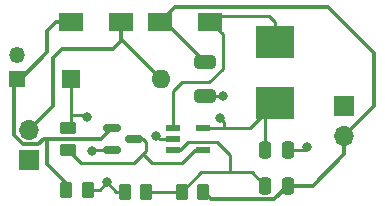
<source format=gtl>
%TF.GenerationSoftware,KiCad,Pcbnew,8.0.1*%
%TF.CreationDate,2024-04-05T16:28:00+11:00*%
%TF.ProjectId,Tiny Solar Supply,54696e79-2053-46f6-9c61-722053757070,rev?*%
%TF.SameCoordinates,Original*%
%TF.FileFunction,Copper,L1,Top*%
%TF.FilePolarity,Positive*%
%FSLAX46Y46*%
G04 Gerber Fmt 4.6, Leading zero omitted, Abs format (unit mm)*
G04 Created by KiCad (PCBNEW 8.0.1) date 2024-04-05 16:28:00*
%MOMM*%
%LPD*%
G01*
G04 APERTURE LIST*
G04 Aperture macros list*
%AMRoundRect*
0 Rectangle with rounded corners*
0 $1 Rounding radius*
0 $2 $3 $4 $5 $6 $7 $8 $9 X,Y pos of 4 corners*
0 Add a 4 corners polygon primitive as box body*
4,1,4,$2,$3,$4,$5,$6,$7,$8,$9,$2,$3,0*
0 Add four circle primitives for the rounded corners*
1,1,$1+$1,$2,$3*
1,1,$1+$1,$4,$5*
1,1,$1+$1,$6,$7*
1,1,$1+$1,$8,$9*
0 Add four rect primitives between the rounded corners*
20,1,$1+$1,$2,$3,$4,$5,0*
20,1,$1+$1,$4,$5,$6,$7,0*
20,1,$1+$1,$6,$7,$8,$9,0*
20,1,$1+$1,$8,$9,$2,$3,0*%
G04 Aperture macros list end*
%TA.AperFunction,SMDPad,CuDef*%
%ADD10RoundRect,0.150000X-0.587500X-0.150000X0.587500X-0.150000X0.587500X0.150000X-0.587500X0.150000X0*%
%TD*%
%TA.AperFunction,SMDPad,CuDef*%
%ADD11R,2.120000X1.500000*%
%TD*%
%TA.AperFunction,SMDPad,CuDef*%
%ADD12RoundRect,0.250000X-0.262500X-0.450000X0.262500X-0.450000X0.262500X0.450000X-0.262500X0.450000X0*%
%TD*%
%TA.AperFunction,SMDPad,CuDef*%
%ADD13RoundRect,0.250000X0.262500X0.450000X-0.262500X0.450000X-0.262500X-0.450000X0.262500X-0.450000X0*%
%TD*%
%TA.AperFunction,SMDPad,CuDef*%
%ADD14RoundRect,0.250000X0.250000X0.475000X-0.250000X0.475000X-0.250000X-0.475000X0.250000X-0.475000X0*%
%TD*%
%TA.AperFunction,ComponentPad*%
%ADD15R,1.700000X1.700000*%
%TD*%
%TA.AperFunction,ComponentPad*%
%ADD16O,1.700000X1.700000*%
%TD*%
%TA.AperFunction,SMDPad,CuDef*%
%ADD17R,3.302000X2.667000*%
%TD*%
%TA.AperFunction,SMDPad,CuDef*%
%ADD18RoundRect,0.250000X-0.650000X0.325000X-0.650000X-0.325000X0.650000X-0.325000X0.650000X0.325000X0*%
%TD*%
%TA.AperFunction,ComponentPad*%
%ADD19R,1.350000X1.350000*%
%TD*%
%TA.AperFunction,ComponentPad*%
%ADD20O,1.350000X1.350000*%
%TD*%
%TA.AperFunction,SMDPad,CuDef*%
%ADD21RoundRect,0.030600X-0.554400X-0.224400X0.554400X-0.224400X0.554400X0.224400X-0.554400X0.224400X0*%
%TD*%
%TA.AperFunction,SMDPad,CuDef*%
%ADD22RoundRect,0.030600X0.554400X0.224400X-0.554400X0.224400X-0.554400X-0.224400X0.554400X-0.224400X0*%
%TD*%
%TA.AperFunction,SMDPad,CuDef*%
%ADD23RoundRect,0.250000X-0.450000X0.262500X-0.450000X-0.262500X0.450000X-0.262500X0.450000X0.262500X0*%
%TD*%
%TA.AperFunction,ComponentPad*%
%ADD24R,1.600000X1.600000*%
%TD*%
%TA.AperFunction,ComponentPad*%
%ADD25O,1.600000X1.600000*%
%TD*%
%TA.AperFunction,SMDPad,CuDef*%
%ADD26RoundRect,0.250000X-0.250000X-0.475000X0.250000X-0.475000X0.250000X0.475000X-0.250000X0.475000X0*%
%TD*%
%TA.AperFunction,ViaPad*%
%ADD27C,0.800000*%
%TD*%
%TA.AperFunction,Conductor*%
%ADD28C,0.250000*%
%TD*%
%TA.AperFunction,Conductor*%
%ADD29C,0.350000*%
%TD*%
G04 APERTURE END LIST*
D10*
%TO.P,Q1,1,G*%
%TO.N,/SOLAR_P*%
X157891000Y-121224000D03*
%TO.P,Q1,2,S*%
%TO.N,GNDD*%
X157891000Y-123124000D03*
%TO.P,Q1,3,D*%
%TO.N,Net-(Q1-D)*%
X159766000Y-122174000D03*
%TD*%
D11*
%TO.P,D2,A*%
%TO.N,/SOLAR_P*%
X154432000Y-112268000D03*
%TO.P,D2,C*%
%TO.N,/BAT_P*%
X158662000Y-112268000D03*
%TD*%
D12*
%TO.P,R4,1*%
%TO.N,/SOLAR_P*%
X154027500Y-126492000D03*
%TO.P,R4,2*%
%TO.N,GNDD*%
X155852500Y-126492000D03*
%TD*%
D13*
%TO.P,R2,1*%
%TO.N,Net-(U1-FB)*%
X160805500Y-126619000D03*
%TO.P,R2,2*%
%TO.N,GNDD*%
X158980500Y-126619000D03*
%TD*%
D14*
%TO.P,C3,1*%
%TO.N,/OUT_P*%
X172781000Y-126111000D03*
%TO.P,C3,2*%
%TO.N,Net-(U1-FB)*%
X170881000Y-126111000D03*
%TD*%
D11*
%TO.P,D1,A*%
%TO.N,Net-(U1-SW)*%
X166199000Y-112268000D03*
%TO.P,D1,C*%
%TO.N,/OUT_P*%
X161969000Y-112268000D03*
%TD*%
D15*
%TO.P,J2,1,Pin_1*%
%TO.N,GNDD*%
X150876000Y-123952000D03*
D16*
%TO.P,J2,2,Pin_2*%
%TO.N,/BAT_P*%
X150876000Y-121412000D03*
%TD*%
D17*
%TO.P,L1,1,1*%
%TO.N,Net-(U1-SW)*%
X171704000Y-113982500D03*
%TO.P,L1,2,2*%
%TO.N,Net-(J3-Pin_1)*%
X171704000Y-119113300D03*
%TD*%
D13*
%TO.P,R1,1*%
%TO.N,/OUT_P*%
X165631500Y-126619000D03*
%TO.P,R1,2*%
%TO.N,Net-(U1-FB)*%
X163806500Y-126619000D03*
%TD*%
D18*
%TO.P,C2,1*%
%TO.N,/OUT_P*%
X165735000Y-115619000D03*
%TO.P,C2,2*%
%TO.N,GNDD*%
X165735000Y-118569000D03*
%TD*%
D19*
%TO.P,J4,1,Pin_1*%
%TO.N,/SOLAR_P*%
X149860000Y-117062000D03*
D20*
%TO.P,J4,2,Pin_2*%
%TO.N,GNDD*%
X149860000Y-115062000D03*
%TD*%
D21*
%TO.P,U1,1,SW*%
%TO.N,Net-(U1-SW)*%
X163088000Y-121224000D03*
%TO.P,U1,2,GND*%
%TO.N,GNDD*%
X163088000Y-122174000D03*
%TO.P,U1,3,FB*%
%TO.N,Net-(U1-FB)*%
X163088000Y-123124000D03*
D22*
%TO.P,U1,4,~{SHDN}*%
%TO.N,Net-(Q1-D)*%
X165588000Y-123124000D03*
%TO.P,U1,5,VIN*%
%TO.N,Net-(J3-Pin_1)*%
X165588000Y-121224000D03*
%TD*%
D15*
%TO.P,J1,1,Pin_1*%
%TO.N,GNDD*%
X177546000Y-119380000D03*
D16*
%TO.P,J1,2,Pin_2*%
%TO.N,/OUT_P*%
X177546000Y-121920000D03*
%TD*%
D23*
%TO.P,R3,1*%
%TO.N,Net-(J3-Pin_1)*%
X154178000Y-121261500D03*
%TO.P,R3,2*%
%TO.N,Net-(Q1-D)*%
X154178000Y-123086500D03*
%TD*%
D24*
%TO.P,J3,1,Pin_1*%
%TO.N,Net-(J3-Pin_1)*%
X154432000Y-117094000D03*
D25*
%TO.P,J3,2,Pin_2*%
%TO.N,/BAT_P*%
X162052000Y-117094000D03*
%TD*%
D26*
%TO.P,C1,1*%
%TO.N,Net-(J3-Pin_1)*%
X170881000Y-123063000D03*
%TO.P,C1,2*%
%TO.N,GNDD*%
X172781000Y-123063000D03*
%TD*%
D27*
%TO.N,Net-(J3-Pin_1)*%
X167050000Y-120400000D03*
X155800000Y-120350000D03*
%TO.N,GNDD*%
X161650000Y-121900000D03*
X156200000Y-123150000D03*
X167300000Y-118550000D03*
X174400000Y-122850000D03*
X157500000Y-125850000D03*
%TD*%
D28*
%TO.N,Net-(J3-Pin_1)*%
X167386000Y-121224000D02*
X167386000Y-120736000D01*
X154432000Y-121007500D02*
X154178000Y-121261500D01*
X155800000Y-120350000D02*
X155592000Y-120142000D01*
X167386000Y-121224000D02*
X169593300Y-121224000D01*
X167386000Y-120736000D02*
X167050000Y-120400000D01*
X155592000Y-120142000D02*
X154432000Y-120142000D01*
X154432000Y-120142000D02*
X154432000Y-121007500D01*
X170881000Y-123063000D02*
X170881000Y-119936300D01*
X170881000Y-119936300D02*
X171704000Y-119113300D01*
X154432000Y-117094000D02*
X154432000Y-120142000D01*
X165588000Y-121224000D02*
X167386000Y-121224000D01*
X169593300Y-121224000D02*
X171704000Y-119113300D01*
%TO.N,GNDD*%
X157500000Y-125850000D02*
X158269000Y-126619000D01*
X161924000Y-122174000D02*
X161650000Y-121900000D01*
X163088000Y-122174000D02*
X161924000Y-122174000D01*
X157891000Y-123124000D02*
X156226000Y-123124000D01*
X167281000Y-118569000D02*
X167300000Y-118550000D01*
X156858000Y-126492000D02*
X155852500Y-126492000D01*
X156226000Y-123124000D02*
X156200000Y-123150000D01*
X172781000Y-123063000D02*
X174187000Y-123063000D01*
X165735000Y-118569000D02*
X167281000Y-118569000D01*
X157500000Y-125850000D02*
X156858000Y-126492000D01*
X158269000Y-126619000D02*
X158980500Y-126619000D01*
X174187000Y-123063000D02*
X174400000Y-122850000D01*
D29*
%TO.N,/OUT_P*%
X165631500Y-126619000D02*
X166266500Y-127254000D01*
X161969000Y-112268000D02*
X162384000Y-112268000D01*
X163237000Y-111000000D02*
X176200000Y-111000000D01*
X174889000Y-126111000D02*
X177546000Y-123454000D01*
X177546000Y-123454000D02*
X177546000Y-121920000D01*
X172781000Y-126111000D02*
X174889000Y-126111000D01*
X166266500Y-127254000D02*
X171638000Y-127254000D01*
X171638000Y-127254000D02*
X172781000Y-126111000D01*
X162384000Y-112268000D02*
X165735000Y-115619000D01*
X161969000Y-112268000D02*
X163237000Y-111000000D01*
X176200000Y-111000000D02*
X180050000Y-114850000D01*
X180050000Y-119416000D02*
X177546000Y-121920000D01*
X180050000Y-114850000D02*
X180050000Y-119416000D01*
D28*
%TO.N,Net-(U1-FB)*%
X167894000Y-123522000D02*
X167894000Y-124968000D01*
X163088000Y-123124000D02*
X163642000Y-123124000D01*
X163642000Y-123124000D02*
X164338000Y-122428000D01*
X160805500Y-126619000D02*
X163806500Y-126619000D01*
X170881000Y-126111000D02*
X169738000Y-124968000D01*
X169738000Y-124968000D02*
X167894000Y-124968000D01*
X166800000Y-122428000D02*
X167894000Y-123522000D01*
X167894000Y-124968000D02*
X165457500Y-124968000D01*
X165457500Y-124968000D02*
X163806500Y-126619000D01*
X164338000Y-122428000D02*
X166800000Y-122428000D01*
%TO.N,Net-(U1-SW)*%
X171186000Y-111750000D02*
X171704000Y-112268000D01*
X163088000Y-121224000D02*
X163088000Y-118090000D01*
X163830000Y-117348000D02*
X166116000Y-117348000D01*
X166199000Y-112268000D02*
X166717000Y-111750000D01*
X166116000Y-117348000D02*
X167250000Y-116214000D01*
X163088000Y-118090000D02*
X163830000Y-117348000D01*
X171704000Y-112268000D02*
X171704000Y-113982500D01*
X166717000Y-111750000D02*
X171186000Y-111750000D01*
X167250000Y-116214000D02*
X167250000Y-113319000D01*
X167250000Y-113319000D02*
X166199000Y-112268000D01*
D29*
%TO.N,/BAT_P*%
X157988000Y-114554000D02*
X158750000Y-113792000D01*
X150876000Y-121412000D02*
X152908000Y-119380000D01*
X153670000Y-114554000D02*
X157988000Y-114554000D01*
X158750000Y-113792000D02*
X162052000Y-117094000D01*
X152908000Y-119380000D02*
X152908000Y-115316000D01*
X158662000Y-112268000D02*
X158662000Y-113704000D01*
X158662000Y-113704000D02*
X158750000Y-113792000D01*
X152908000Y-115316000D02*
X153670000Y-114554000D01*
%TO.N,/SOLAR_P*%
X152400000Y-124250000D02*
X152400000Y-122149000D01*
X152400000Y-122149000D02*
X152121000Y-122149000D01*
X153162000Y-112268000D02*
X154432000Y-112268000D01*
X151633000Y-122637000D02*
X150368588Y-122637000D01*
X156966000Y-122149000D02*
X152400000Y-122149000D01*
X150368588Y-122637000D02*
X149606000Y-121874412D01*
X149606000Y-121874412D02*
X149606000Y-117316000D01*
X152400000Y-113030000D02*
X153162000Y-112268000D01*
X150146000Y-117062000D02*
X152400000Y-114808000D01*
X149860000Y-117062000D02*
X149860000Y-117348000D01*
X157891000Y-121224000D02*
X156966000Y-122149000D01*
X149606000Y-117316000D02*
X149860000Y-117062000D01*
X154027500Y-125877500D02*
X152400000Y-124250000D01*
X152400000Y-114808000D02*
X152400000Y-113030000D01*
X154027500Y-126492000D02*
X154027500Y-125877500D01*
X149860000Y-117062000D02*
X150146000Y-117062000D01*
X152121000Y-122149000D02*
X151633000Y-122637000D01*
D28*
%TO.N,Net-(Q1-D)*%
X155297500Y-124206000D02*
X159766000Y-124206000D01*
X165588000Y-123124000D02*
X164912000Y-123124000D01*
X160528000Y-123444000D02*
X160782000Y-123190000D01*
X163830000Y-124206000D02*
X161290000Y-124206000D01*
X161290000Y-124206000D02*
X160528000Y-123444000D01*
X154178000Y-123086500D02*
X155297500Y-124206000D01*
X160782000Y-122428000D02*
X160528000Y-122174000D01*
X160528000Y-122174000D02*
X159766000Y-122174000D01*
X159766000Y-124206000D02*
X160528000Y-123444000D01*
X164912000Y-123124000D02*
X163830000Y-124206000D01*
X160782000Y-123190000D02*
X160782000Y-122428000D01*
%TD*%
M02*

</source>
